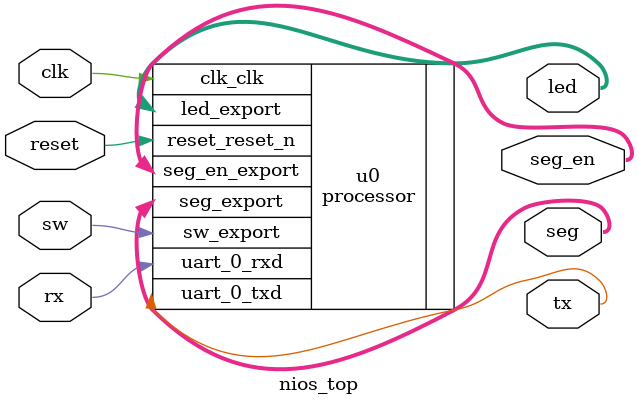
<source format=v>

`timescale 1 ps / 1 ps

/*module nios_top (
		input wire clk,
		input wire reset,
		input wire sw, 
		input wire rx,
		output wire tx,
		output wire [15:0] out
	);*/

module nios_top (
		input wire clk,
		input wire reset,
		output wire [1:0] led,
		output wire [7:0] seg,
		output wire [2:0] seg_en,
		input wire sw,
		input wire rx,
		output wire tx
	);
	
	/*reg [7:0] reg_0;
	// Update the register output on the clock's rising edge
	always @ (posedge clk)
	begin
		reg_0 <= {7'b0,sw};
	end
   */ 
	
	/*processor u0 (
		.clk_clk          (clk),      //       clk.clk
		.input_8_export   (reg_0),   	//   input_8.export
		.output_16_export (out), 		// output_16.export
		.reset_reset_n    (reset),    //     reset.reset_n
		.uart_0_rxd       (rx),       //    uart_0.rxd
		.uart_0_txd       (tx)        //          .txd
	);*/
	/*processor u0 (
		.clk_clk			(clk),       //    clk.clk
		.led_export		(led),    //    led.export
		.reset_reset_n	(reset), //  reset.reset_n
		.seg_export		(seg),    //    seg.export
		.seg_en_export	(seg_en), // seg_en.export
		.sw_export		(sw)      //     sw.export
	);*/
	processor u0 (
		.clk_clk			(clk),      //    clk.clk
		.led_export		(led),    	//    led.export
		.reset_reset_n	(reset), 	//  reset.reset_n
		.seg_export		(seg),    	//    seg.export
		.seg_en_export	(seg_en), 	// seg_en.export
		.sw_export		(sw),      	//     sw.export
		.uart_0_rxd		(rx),    	// uart_0.rxd
		.uart_0_txd		(tx)    		//       .txd
	);
	

endmodule
</source>
